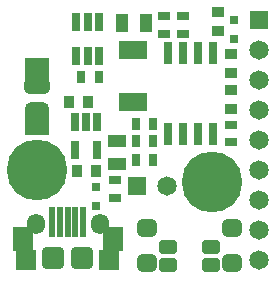
<source format=gts>
G04*
G04 #@! TF.GenerationSoftware,Altium Limited,CircuitStudio,1.5.2 (30)*
G04*
G04 Layer_Color=20142*
%FSLAX25Y25*%
%MOIN*%
G70*
G01*
G75*
G04:AMPARAMS|DCode=63|XSize=60.63mil|YSize=48.82mil|CornerRadius=13.58mil|HoleSize=0mil|Usage=FLASHONLY|Rotation=180.000|XOffset=0mil|YOffset=0mil|HoleType=Round|Shape=RoundedRectangle|*
%AMROUNDEDRECTD63*
21,1,0.06063,0.02165,0,0,180.0*
21,1,0.03347,0.04882,0,0,180.0*
1,1,0.02717,-0.01673,0.01083*
1,1,0.02717,0.01673,0.01083*
1,1,0.02717,0.01673,-0.01083*
1,1,0.02717,-0.01673,-0.01083*
%
%ADD63ROUNDEDRECTD63*%
G04:AMPARAMS|DCode=64|XSize=64.57mil|YSize=60.63mil|CornerRadius=16.54mil|HoleSize=0mil|Usage=FLASHONLY|Rotation=180.000|XOffset=0mil|YOffset=0mil|HoleType=Round|Shape=RoundedRectangle|*
%AMROUNDEDRECTD64*
21,1,0.06457,0.02756,0,0,180.0*
21,1,0.03150,0.06063,0,0,180.0*
1,1,0.03307,-0.01575,0.01378*
1,1,0.03307,0.01575,0.01378*
1,1,0.03307,0.01575,-0.01378*
1,1,0.03307,-0.01575,-0.01378*
%
%ADD64ROUNDEDRECTD64*%
%ADD65R,0.02126X0.10000*%
%ADD66R,0.02913X0.06063*%
%ADD67R,0.02913X0.02520*%
%ADD68R,0.02913X0.04095*%
%ADD69R,0.02913X0.07638*%
%ADD70R,0.04095X0.02913*%
%ADD71R,0.04488X0.06457*%
%ADD72R,0.06457X0.04488*%
%ADD73R,0.04095X0.03701*%
%ADD74R,0.03701X0.04095*%
%ADD75R,0.09213X0.06457*%
%ADD76R,0.06850X0.06850*%
%ADD77O,0.06063X0.06850*%
G04:AMPARAMS|DCode=78|XSize=76.38mil|YSize=76.38mil|CornerRadius=20.47mil|HoleSize=0mil|Usage=FLASHONLY|Rotation=180.000|XOffset=0mil|YOffset=0mil|HoleType=Round|Shape=RoundedRectangle|*
%AMROUNDEDRECTD78*
21,1,0.07638,0.03543,0,0,180.0*
21,1,0.03543,0.07638,0,0,180.0*
1,1,0.04095,-0.01772,0.01772*
1,1,0.04095,0.01772,0.01772*
1,1,0.04095,0.01772,-0.01772*
1,1,0.04095,-0.01772,-0.01772*
%
%ADD78ROUNDEDRECTD78*%
%ADD79R,0.06850X0.08425*%
%ADD80C,0.00551*%
%ADD81C,0.20236*%
%ADD82R,0.08425X0.10000*%
G04:AMPARAMS|DCode=83|XSize=52.76mil|YSize=84.25mil|CornerRadius=14.57mil|HoleSize=0mil|Usage=FLASHONLY|Rotation=270.000|XOffset=0mil|YOffset=0mil|HoleType=Round|Shape=RoundedRectangle|*
%AMROUNDEDRECTD83*
21,1,0.05276,0.05512,0,0,270.0*
21,1,0.02362,0.08425,0,0,270.0*
1,1,0.02913,-0.02756,-0.01181*
1,1,0.02913,-0.02756,0.01181*
1,1,0.02913,0.02756,0.01181*
1,1,0.02913,0.02756,-0.01181*
%
%ADD83ROUNDEDRECTD83*%
%ADD84O,0.08425X0.05276*%
%ADD85R,0.08425X0.08425*%
%ADD86C,0.06457*%
%ADD87R,0.06457X0.06457*%
%ADD88R,0.06457X0.06457*%
%ADD89C,0.03950*%
D63*
X69685Y3937D02*
D03*
Y9843D02*
D03*
X55512D02*
D03*
Y3937D02*
D03*
D64*
X76772Y16142D02*
D03*
Y4331D02*
D03*
X48425D02*
D03*
Y16142D02*
D03*
D65*
X24606Y18110D02*
D03*
X22047D02*
D03*
X19488D02*
D03*
X16929D02*
D03*
X27165D02*
D03*
D66*
X28740Y84843D02*
D03*
X25000Y73425D02*
D03*
X28740Y73425D02*
D03*
X32480D02*
D03*
Y84843D02*
D03*
X25000D02*
D03*
X31890Y51575D02*
D03*
X28150Y51575D02*
D03*
X24409D02*
D03*
Y42126D02*
D03*
X31890D02*
D03*
D67*
X77559Y79134D02*
D03*
Y85433D02*
D03*
X31496Y23622D02*
D03*
Y29921D02*
D03*
D68*
X44685Y38976D02*
D03*
X50590Y38976D02*
D03*
X44685Y45276D02*
D03*
X50590Y45276D02*
D03*
X50591Y50787D02*
D03*
X44685Y50787D02*
D03*
X32480Y66535D02*
D03*
X26575Y66535D02*
D03*
D69*
X70492Y74409D02*
D03*
X65492D02*
D03*
X60492D02*
D03*
X55492D02*
D03*
Y47638D02*
D03*
X60492D02*
D03*
X65492D02*
D03*
X70492D02*
D03*
D70*
X76378Y50591D02*
D03*
X76378Y44685D02*
D03*
X54331Y86811D02*
D03*
X54331Y80906D02*
D03*
X60630Y80905D02*
D03*
X60630Y86811D02*
D03*
X37795Y26181D02*
D03*
X37795Y32087D02*
D03*
D71*
X40157Y84646D02*
D03*
X48031D02*
D03*
D72*
X38583Y37402D02*
D03*
Y45276D02*
D03*
D73*
X76378Y74016D02*
D03*
Y67716D02*
D03*
X72047Y81890D02*
D03*
Y88189D02*
D03*
X76378Y62205D02*
D03*
Y55905D02*
D03*
D74*
X28740Y58268D02*
D03*
X22441D02*
D03*
X31496Y35039D02*
D03*
X25197D02*
D03*
D75*
X43701Y58268D02*
D03*
Y75590D02*
D03*
D76*
X35827Y5512D02*
D03*
X8268D02*
D03*
D77*
X11417Y17323D02*
D03*
X32677D02*
D03*
D78*
X17323Y6299D02*
D03*
X26772D02*
D03*
D79*
X7087Y12598D02*
D03*
X37008D02*
D03*
D80*
X11417Y83858D02*
D03*
D81*
X70079Y31496D02*
D03*
X11811Y35433D02*
D03*
D82*
Y67716D02*
D03*
D83*
Y63386D02*
D03*
D84*
Y55512D02*
D03*
D85*
Y51181D02*
D03*
D86*
X55276Y30315D02*
D03*
X85827Y65433D02*
D03*
Y55433D02*
D03*
Y45433D02*
D03*
Y35433D02*
D03*
Y25433D02*
D03*
Y15433D02*
D03*
Y5433D02*
D03*
Y75433D02*
D03*
D87*
X45276Y30315D02*
D03*
D88*
X85827Y85433D02*
D03*
D89*
X55512Y9843D02*
D03*
Y3937D02*
D03*
X69685D02*
D03*
Y9843D02*
D03*
M02*

</source>
